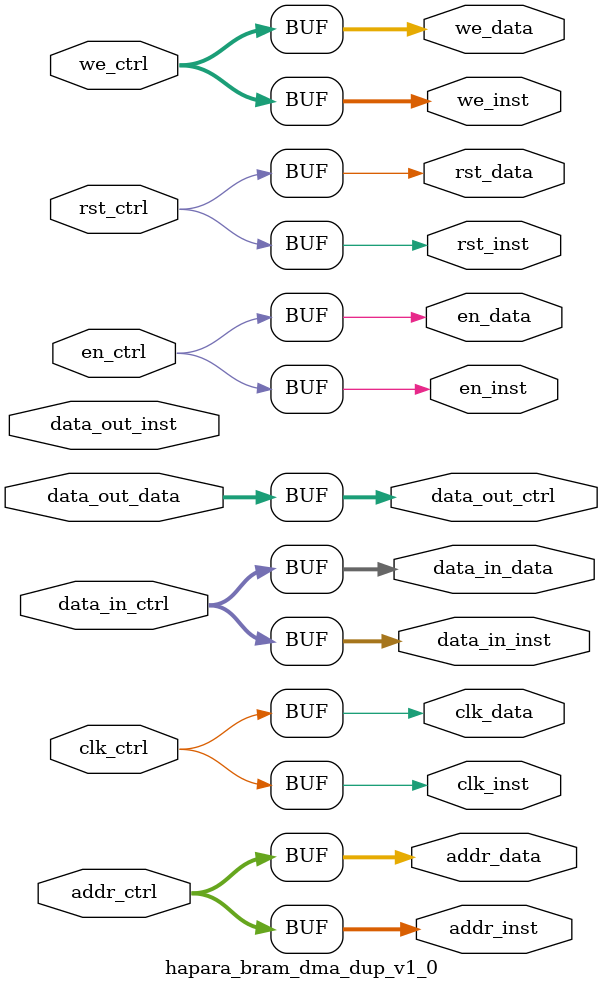
<source format=v>
module hapara_bram_dma_dup_v1_0 #
	(
		parameter integer DATA_WIDTH	= 32
	)
	(
		input   [DATA_WIDTH - 1 : 0] addr_ctrl,
        input   [DATA_WIDTH - 1 : 0] data_in_ctrl,
        output  [DATA_WIDTH - 1 : 0] data_out_ctrl,
        input   [DATA_WIDTH / 8 - 1 : 0] we_ctrl,
        input   clk_ctrl,
        input   rst_ctrl,
        input   en_ctrl,
        output  [DATA_WIDTH - 1 : 0] addr_inst,
        output  [DATA_WIDTH - 1 : 0] data_in_inst,
        input   [DATA_WIDTH - 1 : 0] data_out_inst,
        output  [DATA_WIDTH / 8 - 1 : 0] we_inst,
        output  clk_inst,
        output  rst_inst,
        output  en_inst,
        output  [DATA_WIDTH - 1 : 0] addr_data,
        output  [DATA_WIDTH - 1 : 0] data_in_data,
        input   [DATA_WIDTH - 1 : 0] data_out_data,
        output  [DATA_WIDTH / 8 - 1 : 0] we_data,
        output  clk_data,
        output  rst_data,
        output  en_data
	);
    assign  clk_inst = clk_ctrl;
    assign  clk_data = clk_ctrl;
    assign  rst_inst = rst_ctrl;
    assign  rst_data = rst_ctrl;
    assign  we_inst = we_ctrl;
    assign  we_data = we_ctrl;
    assign  addr_inst = addr_ctrl;
    assign  addr_data = addr_ctrl;
    assign  data_in_inst = data_in_ctrl;
    assign  data_in_data = data_in_ctrl;
    assign  en_inst = en_ctrl;
    assign  en_data = en_ctrl;
    assign  data_out_ctrl = data_out_data;
	endmodule
</source>
